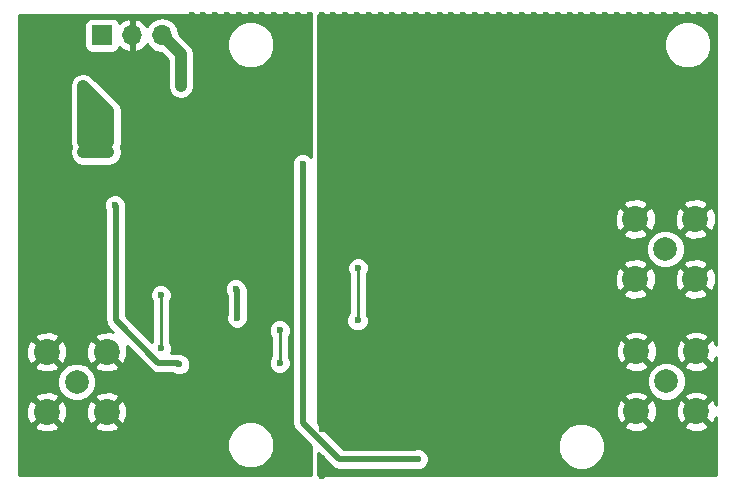
<source format=gbr>
G04 #@! TF.FileFunction,Copper,L2,Bot,Signal*
%FSLAX46Y46*%
G04 Gerber Fmt 4.6, Leading zero omitted, Abs format (unit mm)*
G04 Created by KiCad (PCBNEW 4.0.6) date 02/20/19 11:59:32*
%MOMM*%
%LPD*%
G01*
G04 APERTURE LIST*
%ADD10C,0.100000*%
%ADD11C,2.200000*%
%ADD12C,2.000000*%
%ADD13R,1.700000X1.700000*%
%ADD14O,1.700000X1.700000*%
%ADD15C,0.600000*%
%ADD16C,0.250000*%
%ADD17C,0.500000*%
%ADD18C,1.000000*%
%ADD19C,0.254000*%
G04 APERTURE END LIST*
D10*
D11*
X143660000Y-85040000D03*
X143660000Y-79960000D03*
X148740000Y-79960000D03*
X148740000Y-85040000D03*
D12*
X146200000Y-82500000D03*
D11*
X143560000Y-73840000D03*
X143560000Y-68760000D03*
X148640000Y-68760000D03*
X148640000Y-73840000D03*
D12*
X146100000Y-71300000D03*
D11*
X93726000Y-85090000D03*
X93726000Y-80010000D03*
X98806000Y-80010000D03*
X98806000Y-85090000D03*
D12*
X96266000Y-82550000D03*
D13*
X98420000Y-53200000D03*
D14*
X100960000Y-53200000D03*
X103500000Y-53200000D03*
D15*
X106500000Y-80400000D03*
X127508000Y-81280000D03*
X128778000Y-81280000D03*
X130048000Y-81534000D03*
X131064000Y-81280000D03*
X131572000Y-80264000D03*
X131318000Y-78994000D03*
X130302000Y-78994000D03*
X129032000Y-78994000D03*
X128778000Y-80264000D03*
X142240000Y-83566000D03*
X140716000Y-83566000D03*
X139446000Y-83566000D03*
X137922000Y-83312000D03*
X136652000Y-82042000D03*
X135382000Y-80772000D03*
X134366000Y-79756000D03*
X134112000Y-80772000D03*
X142240000Y-81534000D03*
X141224000Y-81280000D03*
X139954000Y-81280000D03*
X138938000Y-81534000D03*
X137922000Y-80518000D03*
X136906000Y-79502000D03*
X135890000Y-78486000D03*
X141732000Y-72390000D03*
X140462000Y-72390000D03*
X139446000Y-72390000D03*
X138430000Y-72898000D03*
X137414000Y-73914000D03*
X136398000Y-74930000D03*
X135382000Y-75946000D03*
X141732000Y-70104000D03*
X140462000Y-70104000D03*
X139192000Y-70104000D03*
X137668000Y-70866000D03*
X136652000Y-71882000D03*
X135890000Y-72644000D03*
X104894000Y-84582000D03*
X104902000Y-71894000D03*
X111240000Y-74676000D03*
X111950000Y-82450000D03*
X117000000Y-90500000D03*
X117000000Y-89000000D03*
X117000000Y-86500000D03*
X117000000Y-85500000D03*
X117000000Y-84500000D03*
X117000000Y-69500000D03*
X117000000Y-68500000D03*
X117000000Y-67500000D03*
X117000000Y-66500000D03*
X117000000Y-65500000D03*
X117000000Y-62500000D03*
X117000000Y-61500000D03*
X117000000Y-60500000D03*
X117000000Y-59500000D03*
X117000000Y-58500000D03*
X117000000Y-57500000D03*
X117000000Y-56500000D03*
X117000000Y-55500000D03*
X117000000Y-54500000D03*
X117000000Y-53500000D03*
X117000000Y-52500000D03*
X150000000Y-51500000D03*
X149000000Y-51500000D03*
X148000000Y-51500000D03*
X147000000Y-51500000D03*
X146000000Y-51500000D03*
X145000000Y-51500000D03*
X144000000Y-51500000D03*
X143000000Y-51500000D03*
X142000000Y-51500000D03*
X141000000Y-51500000D03*
X140000000Y-51500000D03*
X139000000Y-51500000D03*
X138000000Y-51500000D03*
X137000000Y-51500000D03*
X136000000Y-51500000D03*
X135000000Y-51500000D03*
X134000000Y-51500000D03*
X133000000Y-51500000D03*
X132000000Y-51500000D03*
X131000000Y-51500000D03*
X130000000Y-51500000D03*
X129000000Y-51500000D03*
X128000000Y-51500000D03*
X127000000Y-51500000D03*
X126000000Y-51500000D03*
X125000000Y-51500000D03*
X124000000Y-51500000D03*
X123000000Y-51500000D03*
X122000000Y-51500000D03*
X121000000Y-51500000D03*
X120000000Y-51500000D03*
X119000000Y-51500000D03*
X118000000Y-51500000D03*
X117000000Y-51500000D03*
X116000000Y-51500000D03*
X115000000Y-51500000D03*
X114000000Y-51500000D03*
X113000000Y-51500000D03*
X112000000Y-51500000D03*
X111000000Y-51500000D03*
X110000000Y-51500000D03*
X109000000Y-51500000D03*
X108000000Y-51500000D03*
X107000000Y-51500000D03*
X106000000Y-51500000D03*
X124450000Y-73450000D03*
X123500000Y-73450000D03*
X122350000Y-73450000D03*
X121200000Y-73500000D03*
X122700000Y-76400000D03*
X123750000Y-76400000D03*
X124900000Y-76400000D03*
X124250000Y-75800000D03*
X123300000Y-75350000D03*
X122150000Y-75350000D03*
X121000000Y-75300000D03*
X119250000Y-75350000D03*
X118300000Y-75350000D03*
X116900000Y-75650000D03*
X116900000Y-76450000D03*
X116900000Y-77400000D03*
X116900000Y-78450000D03*
X117850000Y-78450000D03*
X133550000Y-73300000D03*
X132850000Y-74000000D03*
X126450000Y-73550000D03*
X126700000Y-80200000D03*
X122950000Y-84050000D03*
X130200000Y-74950000D03*
X127550000Y-74000000D03*
X131200000Y-74950000D03*
X129200000Y-74950000D03*
X127500000Y-80200000D03*
X118450000Y-80650000D03*
X124350000Y-80700000D03*
X120100000Y-69850000D03*
X118700000Y-72100000D03*
X118700000Y-73350000D03*
X117350000Y-71200000D03*
X117300000Y-82800000D03*
X118850000Y-78750000D03*
X119900000Y-78750000D03*
X120950000Y-78750000D03*
X122050000Y-78750000D03*
X122950000Y-78600000D03*
X123850000Y-78750000D03*
X124800000Y-78300000D03*
X132900000Y-82350000D03*
X130200000Y-76987500D03*
X134700000Y-71950000D03*
X136450000Y-77300000D03*
X100960000Y-54800000D03*
X100960000Y-55600000D03*
X100960000Y-56400000D03*
X102100000Y-57500000D03*
X100960000Y-57200000D03*
X99800000Y-57500000D03*
X102000000Y-67300000D03*
X108000000Y-61100000D03*
X96500000Y-67600000D03*
X93900000Y-65100000D03*
X97600000Y-65600000D03*
X94200000Y-59000000D03*
X108000000Y-67000000D03*
X102089998Y-60500000D03*
X104131250Y-63017500D03*
X104131250Y-62192500D03*
X103418750Y-63017500D03*
X103418750Y-62192500D03*
X104843750Y-63017500D03*
X102706250Y-63017500D03*
X104843750Y-62192500D03*
X102706250Y-62192500D03*
X109740000Y-74676000D03*
X109850000Y-77140000D03*
X125150000Y-89100000D03*
X115400000Y-64100000D03*
X120100000Y-72900000D03*
X120050000Y-77350000D03*
X104950000Y-81075002D03*
X99500000Y-67600000D03*
X103400000Y-79700000D03*
X103402000Y-75184000D03*
X113450000Y-78200000D03*
X113450000Y-80950000D03*
X105100000Y-57500000D03*
X96800000Y-57500000D03*
X98231250Y-63107500D03*
X98943750Y-63107500D03*
X98943750Y-62282500D03*
X98231250Y-62282500D03*
X97518750Y-62282500D03*
X97518750Y-63107500D03*
X96806250Y-63107500D03*
X96806250Y-62282500D03*
D16*
X130048000Y-81534000D02*
X129032000Y-81534000D01*
X129032000Y-81534000D02*
X128778000Y-81280000D01*
X131572000Y-80264000D02*
X131572000Y-80772000D01*
X131572000Y-80772000D02*
X131064000Y-81280000D01*
X130302000Y-78994000D02*
X131318000Y-78994000D01*
X128778000Y-80264000D02*
X128778000Y-79248000D01*
X128778000Y-79248000D02*
X129032000Y-78994000D01*
X140716000Y-83566000D02*
X142240000Y-83566000D01*
X137922000Y-83312000D02*
X139192000Y-83312000D01*
X139192000Y-83312000D02*
X139446000Y-83566000D01*
X135382000Y-80772000D02*
X136652000Y-82042000D01*
X134112000Y-80772000D02*
X134112000Y-80010000D01*
X134112000Y-80010000D02*
X134366000Y-79756000D01*
X139954000Y-81280000D02*
X141224000Y-81280000D01*
X137922000Y-80518000D02*
X138938000Y-81534000D01*
X135890000Y-78486000D02*
X136906000Y-79502000D01*
X139446000Y-72390000D02*
X140462000Y-72390000D01*
X137414000Y-73914000D02*
X138430000Y-72898000D01*
X135382000Y-75946000D02*
X136398000Y-74930000D01*
X140462000Y-70104000D02*
X141732000Y-70104000D01*
X138221999Y-70566001D02*
X138684000Y-70104000D01*
X138684000Y-70104000D02*
X139192000Y-70104000D01*
X137668000Y-70866000D02*
X137967999Y-70566001D01*
X137967999Y-70566001D02*
X138221999Y-70566001D01*
X135890000Y-72644000D02*
X136652000Y-71882000D01*
X117000000Y-89000000D02*
X117000000Y-90500000D01*
X117000000Y-85500000D02*
X117000000Y-86500000D01*
X117000000Y-69500000D02*
X117000000Y-84500000D01*
X117000000Y-68500000D02*
X117000000Y-69500000D01*
X117000000Y-66500000D02*
X117000000Y-67500000D01*
X117000000Y-62500000D02*
X117000000Y-65500000D01*
X117000000Y-60500000D02*
X117000000Y-61500000D01*
X117000000Y-58500000D02*
X117000000Y-59500000D01*
X117000000Y-56500000D02*
X117000000Y-57500000D01*
X117000000Y-54500000D02*
X117000000Y-55500000D01*
X117000000Y-52500000D02*
X117000000Y-53500000D01*
X149000000Y-51500000D02*
X150000000Y-51500000D01*
X147000000Y-51500000D02*
X148000000Y-51500000D01*
X145000000Y-51500000D02*
X146000000Y-51500000D01*
X143000000Y-51500000D02*
X144000000Y-51500000D01*
X141000000Y-51500000D02*
X142000000Y-51500000D01*
X139000000Y-51500000D02*
X140000000Y-51500000D01*
X137000000Y-51500000D02*
X138000000Y-51500000D01*
X135000000Y-51500000D02*
X136000000Y-51500000D01*
X133000000Y-51500000D02*
X134000000Y-51500000D01*
X131000000Y-51500000D02*
X132000000Y-51500000D01*
X129000000Y-51500000D02*
X130000000Y-51500000D01*
X127000000Y-51500000D02*
X128000000Y-51500000D01*
X125000000Y-51500000D02*
X126000000Y-51500000D01*
X123000000Y-51500000D02*
X124000000Y-51500000D01*
X121000000Y-51500000D02*
X122000000Y-51500000D01*
X119000000Y-51500000D02*
X120000000Y-51500000D01*
X117000000Y-51500000D02*
X118000000Y-51500000D01*
X115000000Y-51500000D02*
X116000000Y-51500000D01*
X113000000Y-51500000D02*
X114000000Y-51500000D01*
X111000000Y-51500000D02*
X112000000Y-51500000D01*
X109000000Y-51500000D02*
X110000000Y-51500000D01*
X107000000Y-51500000D02*
X108000000Y-51500000D01*
X106000000Y-51500000D02*
X107000000Y-51500000D01*
X123500000Y-73450000D02*
X124450000Y-73450000D01*
X121200000Y-73500000D02*
X122300000Y-73500000D01*
X122300000Y-73500000D02*
X122350000Y-73450000D01*
X121000000Y-75300000D02*
X121000000Y-73700000D01*
X121000000Y-73700000D02*
X121200000Y-73500000D01*
X130200000Y-76987500D02*
X127461989Y-76987500D01*
X127461989Y-76987500D02*
X124252032Y-73777543D01*
X121000000Y-75300000D02*
X121000000Y-73950000D01*
X121000000Y-73950000D02*
X121200000Y-73750000D01*
X123750000Y-76400000D02*
X122700000Y-76400000D01*
X124900000Y-76400000D02*
X123750000Y-76400000D01*
X123300000Y-75350000D02*
X123800000Y-75350000D01*
X123800000Y-75350000D02*
X124250000Y-75800000D01*
X121000000Y-75300000D02*
X122100000Y-75300000D01*
X122100000Y-75300000D02*
X122150000Y-75350000D01*
X118300000Y-75350000D02*
X119250000Y-75350000D01*
X116900000Y-76450000D02*
X116900000Y-75650000D01*
X116900000Y-78450000D02*
X116900000Y-77400000D01*
X118850000Y-78750000D02*
X118150000Y-78750000D01*
X118150000Y-78750000D02*
X117850000Y-78450000D01*
X119900000Y-78750000D02*
X118850000Y-78750000D01*
X120950000Y-78750000D02*
X119900000Y-78750000D01*
X122050000Y-78750000D02*
X120950000Y-78750000D01*
X122950000Y-78600000D02*
X122200000Y-78600000D01*
X122200000Y-78600000D02*
X122050000Y-78750000D01*
X123850000Y-78750000D02*
X123100000Y-78750000D01*
X123100000Y-78750000D02*
X122950000Y-78600000D01*
X124800000Y-78300000D02*
X124300000Y-78300000D01*
X124300000Y-78300000D02*
X123850000Y-78750000D01*
X130200000Y-76987500D02*
X126112500Y-76987500D01*
X126112500Y-76987500D02*
X124800000Y-78300000D01*
X130200000Y-74950000D02*
X131200000Y-74950000D01*
X129200000Y-74950000D02*
X130200000Y-74950000D01*
X127550000Y-73800000D02*
X127550000Y-73150000D01*
X127550000Y-73150000D02*
X126750000Y-72350000D01*
X127550000Y-79650000D02*
X127550000Y-79950000D01*
X127550000Y-79950000D02*
X127050000Y-80450000D01*
X118850000Y-78750000D02*
X118850000Y-80400000D01*
X118850000Y-80400000D02*
X118600000Y-80650000D01*
X123850000Y-78750000D02*
X123850000Y-80200000D01*
X123850000Y-80200000D02*
X124350000Y-80700000D01*
X120000000Y-78750000D02*
X119000000Y-78750000D01*
X121950000Y-78750000D02*
X120950000Y-78750000D01*
X124000000Y-78700000D02*
X123050000Y-78700000D01*
X123050000Y-78700000D02*
X122950000Y-78600000D01*
X130200000Y-76987500D02*
X126012500Y-76987500D01*
X126012500Y-76987500D02*
X124700000Y-78300000D01*
X130200000Y-76987500D02*
X125337500Y-76987500D01*
D17*
X109850000Y-77140000D02*
X109850000Y-74786000D01*
X109850000Y-74786000D02*
X109740000Y-74676000D01*
D16*
X120100000Y-72900000D02*
X120100000Y-77300000D01*
X120100000Y-77300000D02*
X120050000Y-77350000D01*
D17*
X118500000Y-89100000D02*
X125150000Y-89100000D01*
X115400000Y-86000000D02*
X118500000Y-89100000D01*
X115400000Y-64100000D02*
X115400000Y-86000000D01*
X103175000Y-80950000D02*
X104824998Y-80950000D01*
X104824998Y-80950000D02*
X104950000Y-81075002D01*
X99568000Y-77343000D02*
X99568000Y-67668000D01*
X99568000Y-67668000D02*
X99500000Y-67600000D01*
X103175000Y-80950000D02*
X99568000Y-77343000D01*
D16*
X103402000Y-75184000D02*
X103402000Y-79698000D01*
X103402000Y-79698000D02*
X103400000Y-79700000D01*
X113450000Y-80950000D02*
X113450000Y-78200000D01*
D18*
X105100000Y-57500000D02*
X105100000Y-54800000D01*
X105100000Y-54800000D02*
X103500000Y-53200000D01*
X97518750Y-63107500D02*
X97518750Y-58218750D01*
X97518750Y-58218750D02*
X96800000Y-57500000D01*
X98943750Y-63107500D02*
X96806250Y-63107500D01*
X98943750Y-62282500D02*
X98943750Y-59643750D01*
X98943750Y-59643750D02*
X96800000Y-57500000D01*
X98231250Y-62282500D02*
X98231250Y-58931250D01*
X98231250Y-58931250D02*
X96800000Y-57500000D01*
X96800000Y-57500000D02*
X96800000Y-62276250D01*
X96800000Y-62276250D02*
X96806250Y-62282500D01*
X98943750Y-62282500D02*
X96806250Y-62282500D01*
D17*
X98231250Y-62282500D02*
X98231250Y-63107500D01*
D19*
G36*
X150420000Y-79455132D02*
X150242099Y-79025641D01*
X149964868Y-78914737D01*
X148919605Y-79960000D01*
X149964868Y-81005263D01*
X150242099Y-80894359D01*
X150420000Y-80421891D01*
X150420000Y-84535132D01*
X150242099Y-84105641D01*
X149964868Y-83994737D01*
X148919605Y-85040000D01*
X149964868Y-86085263D01*
X150242099Y-85974359D01*
X150420000Y-85501891D01*
X150420000Y-90476000D01*
X116727000Y-90476000D01*
X116727000Y-88578579D01*
X117874208Y-89725787D01*
X117874210Y-89725790D01*
X118161325Y-89917633D01*
X118217516Y-89928810D01*
X118500000Y-89985001D01*
X118500005Y-89985000D01*
X124843178Y-89985000D01*
X124963201Y-90034838D01*
X125335167Y-90035162D01*
X125678943Y-89893117D01*
X125942192Y-89630327D01*
X126084838Y-89286799D01*
X126085162Y-88914833D01*
X125943117Y-88571057D01*
X125765480Y-88393109D01*
X137014657Y-88393109D01*
X137316218Y-89122943D01*
X137874120Y-89681819D01*
X138603427Y-89984654D01*
X139393109Y-89985343D01*
X140122943Y-89683782D01*
X140681819Y-89125880D01*
X140984654Y-88396573D01*
X140985343Y-87606891D01*
X140683782Y-86877057D01*
X140125880Y-86318181D01*
X139997489Y-86264868D01*
X142614737Y-86264868D01*
X142725641Y-86542099D01*
X143371593Y-86785323D01*
X144061453Y-86762836D01*
X144594359Y-86542099D01*
X144705263Y-86264868D01*
X147694737Y-86264868D01*
X147805641Y-86542099D01*
X148451593Y-86785323D01*
X149141453Y-86762836D01*
X149674359Y-86542099D01*
X149785263Y-86264868D01*
X148740000Y-85219605D01*
X147694737Y-86264868D01*
X144705263Y-86264868D01*
X143660000Y-85219605D01*
X142614737Y-86264868D01*
X139997489Y-86264868D01*
X139396573Y-86015346D01*
X138606891Y-86014657D01*
X137877057Y-86316218D01*
X137318181Y-86874120D01*
X137015346Y-87603427D01*
X137014657Y-88393109D01*
X125765480Y-88393109D01*
X125680327Y-88307808D01*
X125336799Y-88165162D01*
X124964833Y-88164838D01*
X124843431Y-88215000D01*
X118866579Y-88215000D01*
X116727000Y-86075420D01*
X116727000Y-84751593D01*
X141914677Y-84751593D01*
X141937164Y-85441453D01*
X142157901Y-85974359D01*
X142435132Y-86085263D01*
X143480395Y-85040000D01*
X143839605Y-85040000D01*
X144884868Y-86085263D01*
X145162099Y-85974359D01*
X145405323Y-85328407D01*
X145386521Y-84751593D01*
X146994677Y-84751593D01*
X147017164Y-85441453D01*
X147237901Y-85974359D01*
X147515132Y-86085263D01*
X148560395Y-85040000D01*
X147515132Y-83994737D01*
X147237901Y-84105641D01*
X146994677Y-84751593D01*
X145386521Y-84751593D01*
X145382836Y-84638547D01*
X145162099Y-84105641D01*
X144884868Y-83994737D01*
X143839605Y-85040000D01*
X143480395Y-85040000D01*
X142435132Y-83994737D01*
X142157901Y-84105641D01*
X141914677Y-84751593D01*
X116727000Y-84751593D01*
X116727000Y-83815132D01*
X142614737Y-83815132D01*
X143660000Y-84860395D01*
X144705263Y-83815132D01*
X144594359Y-83537901D01*
X143948407Y-83294677D01*
X143258547Y-83317164D01*
X142725641Y-83537901D01*
X142614737Y-83815132D01*
X116727000Y-83815132D01*
X116727000Y-82823795D01*
X144564716Y-82823795D01*
X144813106Y-83424943D01*
X145272637Y-83885278D01*
X145873352Y-84134716D01*
X146523795Y-84135284D01*
X147124943Y-83886894D01*
X147196830Y-83815132D01*
X147694737Y-83815132D01*
X148740000Y-84860395D01*
X149785263Y-83815132D01*
X149674359Y-83537901D01*
X149028407Y-83294677D01*
X148338547Y-83317164D01*
X147805641Y-83537901D01*
X147694737Y-83815132D01*
X147196830Y-83815132D01*
X147585278Y-83427363D01*
X147834716Y-82826648D01*
X147835284Y-82176205D01*
X147586894Y-81575057D01*
X147197387Y-81184868D01*
X147694737Y-81184868D01*
X147805641Y-81462099D01*
X148451593Y-81705323D01*
X149141453Y-81682836D01*
X149674359Y-81462099D01*
X149785263Y-81184868D01*
X148740000Y-80139605D01*
X147694737Y-81184868D01*
X147197387Y-81184868D01*
X147127363Y-81114722D01*
X146526648Y-80865284D01*
X145876205Y-80864716D01*
X145275057Y-81113106D01*
X144814722Y-81572637D01*
X144565284Y-82173352D01*
X144564716Y-82823795D01*
X116727000Y-82823795D01*
X116727000Y-81184868D01*
X142614737Y-81184868D01*
X142725641Y-81462099D01*
X143371593Y-81705323D01*
X144061453Y-81682836D01*
X144594359Y-81462099D01*
X144705263Y-81184868D01*
X143660000Y-80139605D01*
X142614737Y-81184868D01*
X116727000Y-81184868D01*
X116727000Y-79671593D01*
X141914677Y-79671593D01*
X141937164Y-80361453D01*
X142157901Y-80894359D01*
X142435132Y-81005263D01*
X143480395Y-79960000D01*
X143839605Y-79960000D01*
X144884868Y-81005263D01*
X145162099Y-80894359D01*
X145405323Y-80248407D01*
X145386521Y-79671593D01*
X146994677Y-79671593D01*
X147017164Y-80361453D01*
X147237901Y-80894359D01*
X147515132Y-81005263D01*
X148560395Y-79960000D01*
X147515132Y-78914737D01*
X147237901Y-79025641D01*
X146994677Y-79671593D01*
X145386521Y-79671593D01*
X145382836Y-79558547D01*
X145162099Y-79025641D01*
X144884868Y-78914737D01*
X143839605Y-79960000D01*
X143480395Y-79960000D01*
X142435132Y-78914737D01*
X142157901Y-79025641D01*
X141914677Y-79671593D01*
X116727000Y-79671593D01*
X116727000Y-78735132D01*
X142614737Y-78735132D01*
X143660000Y-79780395D01*
X144705263Y-78735132D01*
X147694737Y-78735132D01*
X148740000Y-79780395D01*
X149785263Y-78735132D01*
X149674359Y-78457901D01*
X149028407Y-78214677D01*
X148338547Y-78237164D01*
X147805641Y-78457901D01*
X147694737Y-78735132D01*
X144705263Y-78735132D01*
X144594359Y-78457901D01*
X143948407Y-78214677D01*
X143258547Y-78237164D01*
X142725641Y-78457901D01*
X142614737Y-78735132D01*
X116727000Y-78735132D01*
X116727000Y-77535167D01*
X119114838Y-77535167D01*
X119256883Y-77878943D01*
X119519673Y-78142192D01*
X119863201Y-78284838D01*
X120235167Y-78285162D01*
X120578943Y-78143117D01*
X120842192Y-77880327D01*
X120984838Y-77536799D01*
X120985162Y-77164833D01*
X120860000Y-76861917D01*
X120860000Y-75064868D01*
X142514737Y-75064868D01*
X142625641Y-75342099D01*
X143271593Y-75585323D01*
X143961453Y-75562836D01*
X144494359Y-75342099D01*
X144605263Y-75064868D01*
X147594737Y-75064868D01*
X147705641Y-75342099D01*
X148351593Y-75585323D01*
X149041453Y-75562836D01*
X149574359Y-75342099D01*
X149685263Y-75064868D01*
X148640000Y-74019605D01*
X147594737Y-75064868D01*
X144605263Y-75064868D01*
X143560000Y-74019605D01*
X142514737Y-75064868D01*
X120860000Y-75064868D01*
X120860000Y-73551593D01*
X141814677Y-73551593D01*
X141837164Y-74241453D01*
X142057901Y-74774359D01*
X142335132Y-74885263D01*
X143380395Y-73840000D01*
X143739605Y-73840000D01*
X144784868Y-74885263D01*
X145062099Y-74774359D01*
X145305323Y-74128407D01*
X145286521Y-73551593D01*
X146894677Y-73551593D01*
X146917164Y-74241453D01*
X147137901Y-74774359D01*
X147415132Y-74885263D01*
X148460395Y-73840000D01*
X148819605Y-73840000D01*
X149864868Y-74885263D01*
X150142099Y-74774359D01*
X150385323Y-74128407D01*
X150362836Y-73438547D01*
X150142099Y-72905641D01*
X149864868Y-72794737D01*
X148819605Y-73840000D01*
X148460395Y-73840000D01*
X147415132Y-72794737D01*
X147137901Y-72905641D01*
X146894677Y-73551593D01*
X145286521Y-73551593D01*
X145282836Y-73438547D01*
X145062099Y-72905641D01*
X144784868Y-72794737D01*
X143739605Y-73840000D01*
X143380395Y-73840000D01*
X142335132Y-72794737D01*
X142057901Y-72905641D01*
X141814677Y-73551593D01*
X120860000Y-73551593D01*
X120860000Y-73462463D01*
X120892192Y-73430327D01*
X121034838Y-73086799D01*
X121035162Y-72714833D01*
X120993967Y-72615132D01*
X142514737Y-72615132D01*
X143560000Y-73660395D01*
X144605263Y-72615132D01*
X144494359Y-72337901D01*
X143848407Y-72094677D01*
X143158547Y-72117164D01*
X142625641Y-72337901D01*
X142514737Y-72615132D01*
X120993967Y-72615132D01*
X120893117Y-72371057D01*
X120630327Y-72107808D01*
X120286799Y-71965162D01*
X119914833Y-71964838D01*
X119571057Y-72106883D01*
X119307808Y-72369673D01*
X119165162Y-72713201D01*
X119164838Y-73085167D01*
X119306883Y-73428943D01*
X119340000Y-73462118D01*
X119340000Y-76737624D01*
X119257808Y-76819673D01*
X119115162Y-77163201D01*
X119114838Y-77535167D01*
X116727000Y-77535167D01*
X116727000Y-71623795D01*
X144464716Y-71623795D01*
X144713106Y-72224943D01*
X145172637Y-72685278D01*
X145773352Y-72934716D01*
X146423795Y-72935284D01*
X147024943Y-72686894D01*
X147096830Y-72615132D01*
X147594737Y-72615132D01*
X148640000Y-73660395D01*
X149685263Y-72615132D01*
X149574359Y-72337901D01*
X148928407Y-72094677D01*
X148238547Y-72117164D01*
X147705641Y-72337901D01*
X147594737Y-72615132D01*
X147096830Y-72615132D01*
X147485278Y-72227363D01*
X147734716Y-71626648D01*
X147735284Y-70976205D01*
X147486894Y-70375057D01*
X147097387Y-69984868D01*
X147594737Y-69984868D01*
X147705641Y-70262099D01*
X148351593Y-70505323D01*
X149041453Y-70482836D01*
X149574359Y-70262099D01*
X149685263Y-69984868D01*
X148640000Y-68939605D01*
X147594737Y-69984868D01*
X147097387Y-69984868D01*
X147027363Y-69914722D01*
X146426648Y-69665284D01*
X145776205Y-69664716D01*
X145175057Y-69913106D01*
X144714722Y-70372637D01*
X144465284Y-70973352D01*
X144464716Y-71623795D01*
X116727000Y-71623795D01*
X116727000Y-69984868D01*
X142514737Y-69984868D01*
X142625641Y-70262099D01*
X143271593Y-70505323D01*
X143961453Y-70482836D01*
X144494359Y-70262099D01*
X144605263Y-69984868D01*
X143560000Y-68939605D01*
X142514737Y-69984868D01*
X116727000Y-69984868D01*
X116727000Y-68471593D01*
X141814677Y-68471593D01*
X141837164Y-69161453D01*
X142057901Y-69694359D01*
X142335132Y-69805263D01*
X143380395Y-68760000D01*
X143739605Y-68760000D01*
X144784868Y-69805263D01*
X145062099Y-69694359D01*
X145305323Y-69048407D01*
X145286521Y-68471593D01*
X146894677Y-68471593D01*
X146917164Y-69161453D01*
X147137901Y-69694359D01*
X147415132Y-69805263D01*
X148460395Y-68760000D01*
X148819605Y-68760000D01*
X149864868Y-69805263D01*
X150142099Y-69694359D01*
X150385323Y-69048407D01*
X150362836Y-68358547D01*
X150142099Y-67825641D01*
X149864868Y-67714737D01*
X148819605Y-68760000D01*
X148460395Y-68760000D01*
X147415132Y-67714737D01*
X147137901Y-67825641D01*
X146894677Y-68471593D01*
X145286521Y-68471593D01*
X145282836Y-68358547D01*
X145062099Y-67825641D01*
X144784868Y-67714737D01*
X143739605Y-68760000D01*
X143380395Y-68760000D01*
X142335132Y-67714737D01*
X142057901Y-67825641D01*
X141814677Y-68471593D01*
X116727000Y-68471593D01*
X116727000Y-67535132D01*
X142514737Y-67535132D01*
X143560000Y-68580395D01*
X144605263Y-67535132D01*
X147594737Y-67535132D01*
X148640000Y-68580395D01*
X149685263Y-67535132D01*
X149574359Y-67257901D01*
X148928407Y-67014677D01*
X148238547Y-67037164D01*
X147705641Y-67257901D01*
X147594737Y-67535132D01*
X144605263Y-67535132D01*
X144494359Y-67257901D01*
X143848407Y-67014677D01*
X143158547Y-67037164D01*
X142625641Y-67257901D01*
X142514737Y-67535132D01*
X116727000Y-67535132D01*
X116727000Y-54393109D01*
X146014657Y-54393109D01*
X146316218Y-55122943D01*
X146874120Y-55681819D01*
X147603427Y-55984654D01*
X148393109Y-55985343D01*
X149122943Y-55683782D01*
X149681819Y-55125880D01*
X149984654Y-54396573D01*
X149985343Y-53606891D01*
X149683782Y-52877057D01*
X149125880Y-52318181D01*
X148396573Y-52015346D01*
X147606891Y-52014657D01*
X146877057Y-52316218D01*
X146318181Y-52874120D01*
X146015346Y-53603427D01*
X146014657Y-54393109D01*
X116727000Y-54393109D01*
X116727000Y-51510000D01*
X150420000Y-51510000D01*
X150420000Y-79455132D01*
X150420000Y-79455132D01*
G37*
X150420000Y-79455132D02*
X150242099Y-79025641D01*
X149964868Y-78914737D01*
X148919605Y-79960000D01*
X149964868Y-81005263D01*
X150242099Y-80894359D01*
X150420000Y-80421891D01*
X150420000Y-84535132D01*
X150242099Y-84105641D01*
X149964868Y-83994737D01*
X148919605Y-85040000D01*
X149964868Y-86085263D01*
X150242099Y-85974359D01*
X150420000Y-85501891D01*
X150420000Y-90476000D01*
X116727000Y-90476000D01*
X116727000Y-88578579D01*
X117874208Y-89725787D01*
X117874210Y-89725790D01*
X118161325Y-89917633D01*
X118217516Y-89928810D01*
X118500000Y-89985001D01*
X118500005Y-89985000D01*
X124843178Y-89985000D01*
X124963201Y-90034838D01*
X125335167Y-90035162D01*
X125678943Y-89893117D01*
X125942192Y-89630327D01*
X126084838Y-89286799D01*
X126085162Y-88914833D01*
X125943117Y-88571057D01*
X125765480Y-88393109D01*
X137014657Y-88393109D01*
X137316218Y-89122943D01*
X137874120Y-89681819D01*
X138603427Y-89984654D01*
X139393109Y-89985343D01*
X140122943Y-89683782D01*
X140681819Y-89125880D01*
X140984654Y-88396573D01*
X140985343Y-87606891D01*
X140683782Y-86877057D01*
X140125880Y-86318181D01*
X139997489Y-86264868D01*
X142614737Y-86264868D01*
X142725641Y-86542099D01*
X143371593Y-86785323D01*
X144061453Y-86762836D01*
X144594359Y-86542099D01*
X144705263Y-86264868D01*
X147694737Y-86264868D01*
X147805641Y-86542099D01*
X148451593Y-86785323D01*
X149141453Y-86762836D01*
X149674359Y-86542099D01*
X149785263Y-86264868D01*
X148740000Y-85219605D01*
X147694737Y-86264868D01*
X144705263Y-86264868D01*
X143660000Y-85219605D01*
X142614737Y-86264868D01*
X139997489Y-86264868D01*
X139396573Y-86015346D01*
X138606891Y-86014657D01*
X137877057Y-86316218D01*
X137318181Y-86874120D01*
X137015346Y-87603427D01*
X137014657Y-88393109D01*
X125765480Y-88393109D01*
X125680327Y-88307808D01*
X125336799Y-88165162D01*
X124964833Y-88164838D01*
X124843431Y-88215000D01*
X118866579Y-88215000D01*
X116727000Y-86075420D01*
X116727000Y-84751593D01*
X141914677Y-84751593D01*
X141937164Y-85441453D01*
X142157901Y-85974359D01*
X142435132Y-86085263D01*
X143480395Y-85040000D01*
X143839605Y-85040000D01*
X144884868Y-86085263D01*
X145162099Y-85974359D01*
X145405323Y-85328407D01*
X145386521Y-84751593D01*
X146994677Y-84751593D01*
X147017164Y-85441453D01*
X147237901Y-85974359D01*
X147515132Y-86085263D01*
X148560395Y-85040000D01*
X147515132Y-83994737D01*
X147237901Y-84105641D01*
X146994677Y-84751593D01*
X145386521Y-84751593D01*
X145382836Y-84638547D01*
X145162099Y-84105641D01*
X144884868Y-83994737D01*
X143839605Y-85040000D01*
X143480395Y-85040000D01*
X142435132Y-83994737D01*
X142157901Y-84105641D01*
X141914677Y-84751593D01*
X116727000Y-84751593D01*
X116727000Y-83815132D01*
X142614737Y-83815132D01*
X143660000Y-84860395D01*
X144705263Y-83815132D01*
X144594359Y-83537901D01*
X143948407Y-83294677D01*
X143258547Y-83317164D01*
X142725641Y-83537901D01*
X142614737Y-83815132D01*
X116727000Y-83815132D01*
X116727000Y-82823795D01*
X144564716Y-82823795D01*
X144813106Y-83424943D01*
X145272637Y-83885278D01*
X145873352Y-84134716D01*
X146523795Y-84135284D01*
X147124943Y-83886894D01*
X147196830Y-83815132D01*
X147694737Y-83815132D01*
X148740000Y-84860395D01*
X149785263Y-83815132D01*
X149674359Y-83537901D01*
X149028407Y-83294677D01*
X148338547Y-83317164D01*
X147805641Y-83537901D01*
X147694737Y-83815132D01*
X147196830Y-83815132D01*
X147585278Y-83427363D01*
X147834716Y-82826648D01*
X147835284Y-82176205D01*
X147586894Y-81575057D01*
X147197387Y-81184868D01*
X147694737Y-81184868D01*
X147805641Y-81462099D01*
X148451593Y-81705323D01*
X149141453Y-81682836D01*
X149674359Y-81462099D01*
X149785263Y-81184868D01*
X148740000Y-80139605D01*
X147694737Y-81184868D01*
X147197387Y-81184868D01*
X147127363Y-81114722D01*
X146526648Y-80865284D01*
X145876205Y-80864716D01*
X145275057Y-81113106D01*
X144814722Y-81572637D01*
X144565284Y-82173352D01*
X144564716Y-82823795D01*
X116727000Y-82823795D01*
X116727000Y-81184868D01*
X142614737Y-81184868D01*
X142725641Y-81462099D01*
X143371593Y-81705323D01*
X144061453Y-81682836D01*
X144594359Y-81462099D01*
X144705263Y-81184868D01*
X143660000Y-80139605D01*
X142614737Y-81184868D01*
X116727000Y-81184868D01*
X116727000Y-79671593D01*
X141914677Y-79671593D01*
X141937164Y-80361453D01*
X142157901Y-80894359D01*
X142435132Y-81005263D01*
X143480395Y-79960000D01*
X143839605Y-79960000D01*
X144884868Y-81005263D01*
X145162099Y-80894359D01*
X145405323Y-80248407D01*
X145386521Y-79671593D01*
X146994677Y-79671593D01*
X147017164Y-80361453D01*
X147237901Y-80894359D01*
X147515132Y-81005263D01*
X148560395Y-79960000D01*
X147515132Y-78914737D01*
X147237901Y-79025641D01*
X146994677Y-79671593D01*
X145386521Y-79671593D01*
X145382836Y-79558547D01*
X145162099Y-79025641D01*
X144884868Y-78914737D01*
X143839605Y-79960000D01*
X143480395Y-79960000D01*
X142435132Y-78914737D01*
X142157901Y-79025641D01*
X141914677Y-79671593D01*
X116727000Y-79671593D01*
X116727000Y-78735132D01*
X142614737Y-78735132D01*
X143660000Y-79780395D01*
X144705263Y-78735132D01*
X147694737Y-78735132D01*
X148740000Y-79780395D01*
X149785263Y-78735132D01*
X149674359Y-78457901D01*
X149028407Y-78214677D01*
X148338547Y-78237164D01*
X147805641Y-78457901D01*
X147694737Y-78735132D01*
X144705263Y-78735132D01*
X144594359Y-78457901D01*
X143948407Y-78214677D01*
X143258547Y-78237164D01*
X142725641Y-78457901D01*
X142614737Y-78735132D01*
X116727000Y-78735132D01*
X116727000Y-77535167D01*
X119114838Y-77535167D01*
X119256883Y-77878943D01*
X119519673Y-78142192D01*
X119863201Y-78284838D01*
X120235167Y-78285162D01*
X120578943Y-78143117D01*
X120842192Y-77880327D01*
X120984838Y-77536799D01*
X120985162Y-77164833D01*
X120860000Y-76861917D01*
X120860000Y-75064868D01*
X142514737Y-75064868D01*
X142625641Y-75342099D01*
X143271593Y-75585323D01*
X143961453Y-75562836D01*
X144494359Y-75342099D01*
X144605263Y-75064868D01*
X147594737Y-75064868D01*
X147705641Y-75342099D01*
X148351593Y-75585323D01*
X149041453Y-75562836D01*
X149574359Y-75342099D01*
X149685263Y-75064868D01*
X148640000Y-74019605D01*
X147594737Y-75064868D01*
X144605263Y-75064868D01*
X143560000Y-74019605D01*
X142514737Y-75064868D01*
X120860000Y-75064868D01*
X120860000Y-73551593D01*
X141814677Y-73551593D01*
X141837164Y-74241453D01*
X142057901Y-74774359D01*
X142335132Y-74885263D01*
X143380395Y-73840000D01*
X143739605Y-73840000D01*
X144784868Y-74885263D01*
X145062099Y-74774359D01*
X145305323Y-74128407D01*
X145286521Y-73551593D01*
X146894677Y-73551593D01*
X146917164Y-74241453D01*
X147137901Y-74774359D01*
X147415132Y-74885263D01*
X148460395Y-73840000D01*
X148819605Y-73840000D01*
X149864868Y-74885263D01*
X150142099Y-74774359D01*
X150385323Y-74128407D01*
X150362836Y-73438547D01*
X150142099Y-72905641D01*
X149864868Y-72794737D01*
X148819605Y-73840000D01*
X148460395Y-73840000D01*
X147415132Y-72794737D01*
X147137901Y-72905641D01*
X146894677Y-73551593D01*
X145286521Y-73551593D01*
X145282836Y-73438547D01*
X145062099Y-72905641D01*
X144784868Y-72794737D01*
X143739605Y-73840000D01*
X143380395Y-73840000D01*
X142335132Y-72794737D01*
X142057901Y-72905641D01*
X141814677Y-73551593D01*
X120860000Y-73551593D01*
X120860000Y-73462463D01*
X120892192Y-73430327D01*
X121034838Y-73086799D01*
X121035162Y-72714833D01*
X120993967Y-72615132D01*
X142514737Y-72615132D01*
X143560000Y-73660395D01*
X144605263Y-72615132D01*
X144494359Y-72337901D01*
X143848407Y-72094677D01*
X143158547Y-72117164D01*
X142625641Y-72337901D01*
X142514737Y-72615132D01*
X120993967Y-72615132D01*
X120893117Y-72371057D01*
X120630327Y-72107808D01*
X120286799Y-71965162D01*
X119914833Y-71964838D01*
X119571057Y-72106883D01*
X119307808Y-72369673D01*
X119165162Y-72713201D01*
X119164838Y-73085167D01*
X119306883Y-73428943D01*
X119340000Y-73462118D01*
X119340000Y-76737624D01*
X119257808Y-76819673D01*
X119115162Y-77163201D01*
X119114838Y-77535167D01*
X116727000Y-77535167D01*
X116727000Y-71623795D01*
X144464716Y-71623795D01*
X144713106Y-72224943D01*
X145172637Y-72685278D01*
X145773352Y-72934716D01*
X146423795Y-72935284D01*
X147024943Y-72686894D01*
X147096830Y-72615132D01*
X147594737Y-72615132D01*
X148640000Y-73660395D01*
X149685263Y-72615132D01*
X149574359Y-72337901D01*
X148928407Y-72094677D01*
X148238547Y-72117164D01*
X147705641Y-72337901D01*
X147594737Y-72615132D01*
X147096830Y-72615132D01*
X147485278Y-72227363D01*
X147734716Y-71626648D01*
X147735284Y-70976205D01*
X147486894Y-70375057D01*
X147097387Y-69984868D01*
X147594737Y-69984868D01*
X147705641Y-70262099D01*
X148351593Y-70505323D01*
X149041453Y-70482836D01*
X149574359Y-70262099D01*
X149685263Y-69984868D01*
X148640000Y-68939605D01*
X147594737Y-69984868D01*
X147097387Y-69984868D01*
X147027363Y-69914722D01*
X146426648Y-69665284D01*
X145776205Y-69664716D01*
X145175057Y-69913106D01*
X144714722Y-70372637D01*
X144465284Y-70973352D01*
X144464716Y-71623795D01*
X116727000Y-71623795D01*
X116727000Y-69984868D01*
X142514737Y-69984868D01*
X142625641Y-70262099D01*
X143271593Y-70505323D01*
X143961453Y-70482836D01*
X144494359Y-70262099D01*
X144605263Y-69984868D01*
X143560000Y-68939605D01*
X142514737Y-69984868D01*
X116727000Y-69984868D01*
X116727000Y-68471593D01*
X141814677Y-68471593D01*
X141837164Y-69161453D01*
X142057901Y-69694359D01*
X142335132Y-69805263D01*
X143380395Y-68760000D01*
X143739605Y-68760000D01*
X144784868Y-69805263D01*
X145062099Y-69694359D01*
X145305323Y-69048407D01*
X145286521Y-68471593D01*
X146894677Y-68471593D01*
X146917164Y-69161453D01*
X147137901Y-69694359D01*
X147415132Y-69805263D01*
X148460395Y-68760000D01*
X148819605Y-68760000D01*
X149864868Y-69805263D01*
X150142099Y-69694359D01*
X150385323Y-69048407D01*
X150362836Y-68358547D01*
X150142099Y-67825641D01*
X149864868Y-67714737D01*
X148819605Y-68760000D01*
X148460395Y-68760000D01*
X147415132Y-67714737D01*
X147137901Y-67825641D01*
X146894677Y-68471593D01*
X145286521Y-68471593D01*
X145282836Y-68358547D01*
X145062099Y-67825641D01*
X144784868Y-67714737D01*
X143739605Y-68760000D01*
X143380395Y-68760000D01*
X142335132Y-67714737D01*
X142057901Y-67825641D01*
X141814677Y-68471593D01*
X116727000Y-68471593D01*
X116727000Y-67535132D01*
X142514737Y-67535132D01*
X143560000Y-68580395D01*
X144605263Y-67535132D01*
X147594737Y-67535132D01*
X148640000Y-68580395D01*
X149685263Y-67535132D01*
X149574359Y-67257901D01*
X148928407Y-67014677D01*
X148238547Y-67037164D01*
X147705641Y-67257901D01*
X147594737Y-67535132D01*
X144605263Y-67535132D01*
X144494359Y-67257901D01*
X143848407Y-67014677D01*
X143158547Y-67037164D01*
X142625641Y-67257901D01*
X142514737Y-67535132D01*
X116727000Y-67535132D01*
X116727000Y-54393109D01*
X146014657Y-54393109D01*
X146316218Y-55122943D01*
X146874120Y-55681819D01*
X147603427Y-55984654D01*
X148393109Y-55985343D01*
X149122943Y-55683782D01*
X149681819Y-55125880D01*
X149984654Y-54396573D01*
X149985343Y-53606891D01*
X149683782Y-52877057D01*
X149125880Y-52318181D01*
X148396573Y-52015346D01*
X147606891Y-52014657D01*
X146877057Y-52316218D01*
X146318181Y-52874120D01*
X146015346Y-53603427D01*
X146014657Y-54393109D01*
X116727000Y-54393109D01*
X116727000Y-51510000D01*
X150420000Y-51510000D01*
X150420000Y-79455132D01*
G36*
X116123000Y-63500818D02*
X115930327Y-63307808D01*
X115586799Y-63165162D01*
X115214833Y-63164838D01*
X114871057Y-63306883D01*
X114607808Y-63569673D01*
X114465162Y-63913201D01*
X114464838Y-64285167D01*
X114515000Y-64406569D01*
X114515000Y-85999995D01*
X114514999Y-86000000D01*
X114571190Y-86282484D01*
X114582367Y-86338675D01*
X114751699Y-86592099D01*
X114774210Y-86625790D01*
X116123000Y-87974580D01*
X116123000Y-90476000D01*
X91388000Y-90476000D01*
X91388000Y-88277109D01*
X109014657Y-88277109D01*
X109316218Y-89006943D01*
X109874120Y-89565819D01*
X110603427Y-89868654D01*
X111393109Y-89869343D01*
X112122943Y-89567782D01*
X112681819Y-89009880D01*
X112984654Y-88280573D01*
X112985343Y-87490891D01*
X112683782Y-86761057D01*
X112125880Y-86202181D01*
X111396573Y-85899346D01*
X110606891Y-85898657D01*
X109877057Y-86200218D01*
X109318181Y-86758120D01*
X109015346Y-87487427D01*
X109014657Y-88277109D01*
X91388000Y-88277109D01*
X91388000Y-86314868D01*
X92680737Y-86314868D01*
X92791641Y-86592099D01*
X93437593Y-86835323D01*
X94127453Y-86812836D01*
X94660359Y-86592099D01*
X94771263Y-86314868D01*
X97760737Y-86314868D01*
X97871641Y-86592099D01*
X98517593Y-86835323D01*
X99207453Y-86812836D01*
X99740359Y-86592099D01*
X99851263Y-86314868D01*
X98806000Y-85269605D01*
X97760737Y-86314868D01*
X94771263Y-86314868D01*
X93726000Y-85269605D01*
X92680737Y-86314868D01*
X91388000Y-86314868D01*
X91388000Y-84801593D01*
X91980677Y-84801593D01*
X92003164Y-85491453D01*
X92223901Y-86024359D01*
X92501132Y-86135263D01*
X93546395Y-85090000D01*
X93905605Y-85090000D01*
X94950868Y-86135263D01*
X95228099Y-86024359D01*
X95471323Y-85378407D01*
X95452521Y-84801593D01*
X97060677Y-84801593D01*
X97083164Y-85491453D01*
X97303901Y-86024359D01*
X97581132Y-86135263D01*
X98626395Y-85090000D01*
X98985605Y-85090000D01*
X100030868Y-86135263D01*
X100308099Y-86024359D01*
X100551323Y-85378407D01*
X100528836Y-84688547D01*
X100308099Y-84155641D01*
X100030868Y-84044737D01*
X98985605Y-85090000D01*
X98626395Y-85090000D01*
X97581132Y-84044737D01*
X97303901Y-84155641D01*
X97060677Y-84801593D01*
X95452521Y-84801593D01*
X95448836Y-84688547D01*
X95228099Y-84155641D01*
X94950868Y-84044737D01*
X93905605Y-85090000D01*
X93546395Y-85090000D01*
X92501132Y-84044737D01*
X92223901Y-84155641D01*
X91980677Y-84801593D01*
X91388000Y-84801593D01*
X91388000Y-83865132D01*
X92680737Y-83865132D01*
X93726000Y-84910395D01*
X94771263Y-83865132D01*
X94660359Y-83587901D01*
X94014407Y-83344677D01*
X93324547Y-83367164D01*
X92791641Y-83587901D01*
X92680737Y-83865132D01*
X91388000Y-83865132D01*
X91388000Y-82873795D01*
X94630716Y-82873795D01*
X94879106Y-83474943D01*
X95338637Y-83935278D01*
X95939352Y-84184716D01*
X96589795Y-84185284D01*
X97190943Y-83936894D01*
X97262830Y-83865132D01*
X97760737Y-83865132D01*
X98806000Y-84910395D01*
X99851263Y-83865132D01*
X99740359Y-83587901D01*
X99094407Y-83344677D01*
X98404547Y-83367164D01*
X97871641Y-83587901D01*
X97760737Y-83865132D01*
X97262830Y-83865132D01*
X97651278Y-83477363D01*
X97900716Y-82876648D01*
X97901284Y-82226205D01*
X97652894Y-81625057D01*
X97263387Y-81234868D01*
X97760737Y-81234868D01*
X97871641Y-81512099D01*
X98517593Y-81755323D01*
X99207453Y-81732836D01*
X99740359Y-81512099D01*
X99851263Y-81234868D01*
X98806000Y-80189605D01*
X97760737Y-81234868D01*
X97263387Y-81234868D01*
X97193363Y-81164722D01*
X96592648Y-80915284D01*
X95942205Y-80914716D01*
X95341057Y-81163106D01*
X94880722Y-81622637D01*
X94631284Y-82223352D01*
X94630716Y-82873795D01*
X91388000Y-82873795D01*
X91388000Y-81234868D01*
X92680737Y-81234868D01*
X92791641Y-81512099D01*
X93437593Y-81755323D01*
X94127453Y-81732836D01*
X94660359Y-81512099D01*
X94771263Y-81234868D01*
X93726000Y-80189605D01*
X92680737Y-81234868D01*
X91388000Y-81234868D01*
X91388000Y-79721593D01*
X91980677Y-79721593D01*
X92003164Y-80411453D01*
X92223901Y-80944359D01*
X92501132Y-81055263D01*
X93546395Y-80010000D01*
X93905605Y-80010000D01*
X94950868Y-81055263D01*
X95228099Y-80944359D01*
X95471323Y-80298407D01*
X95452521Y-79721593D01*
X97060677Y-79721593D01*
X97083164Y-80411453D01*
X97303901Y-80944359D01*
X97581132Y-81055263D01*
X98626395Y-80010000D01*
X97581132Y-78964737D01*
X97303901Y-79075641D01*
X97060677Y-79721593D01*
X95452521Y-79721593D01*
X95448836Y-79608547D01*
X95228099Y-79075641D01*
X94950868Y-78964737D01*
X93905605Y-80010000D01*
X93546395Y-80010000D01*
X92501132Y-78964737D01*
X92223901Y-79075641D01*
X91980677Y-79721593D01*
X91388000Y-79721593D01*
X91388000Y-78785132D01*
X92680737Y-78785132D01*
X93726000Y-79830395D01*
X94771263Y-78785132D01*
X97760737Y-78785132D01*
X98806000Y-79830395D01*
X98820143Y-79816253D01*
X98999748Y-79995858D01*
X98985605Y-80010000D01*
X100030868Y-81055263D01*
X100308099Y-80944359D01*
X100551323Y-80298407D01*
X100528836Y-79608547D01*
X100491266Y-79517846D01*
X102549208Y-81575787D01*
X102549210Y-81575790D01*
X102798250Y-81742192D01*
X102836325Y-81767633D01*
X103175000Y-81835000D01*
X104387535Y-81835000D01*
X104419673Y-81867194D01*
X104763201Y-82009840D01*
X105135167Y-82010164D01*
X105478943Y-81868119D01*
X105742192Y-81605329D01*
X105884838Y-81261801D01*
X105885162Y-80889835D01*
X105743117Y-80546059D01*
X105480327Y-80282810D01*
X105238615Y-80182442D01*
X105201748Y-80157808D01*
X105163673Y-80132367D01*
X105107482Y-80121190D01*
X104824998Y-80064999D01*
X104824993Y-80065000D01*
X104260842Y-80065000D01*
X104334838Y-79886799D01*
X104335162Y-79514833D01*
X104193117Y-79171057D01*
X104162000Y-79139886D01*
X104162000Y-78385167D01*
X112514838Y-78385167D01*
X112656883Y-78728943D01*
X112690000Y-78762118D01*
X112690000Y-80387537D01*
X112657808Y-80419673D01*
X112515162Y-80763201D01*
X112514838Y-81135167D01*
X112656883Y-81478943D01*
X112919673Y-81742192D01*
X113263201Y-81884838D01*
X113635167Y-81885162D01*
X113978943Y-81743117D01*
X114242192Y-81480327D01*
X114384838Y-81136799D01*
X114385162Y-80764833D01*
X114243117Y-80421057D01*
X114210000Y-80387882D01*
X114210000Y-78762463D01*
X114242192Y-78730327D01*
X114384838Y-78386799D01*
X114385162Y-78014833D01*
X114243117Y-77671057D01*
X113980327Y-77407808D01*
X113636799Y-77265162D01*
X113264833Y-77264838D01*
X112921057Y-77406883D01*
X112657808Y-77669673D01*
X112515162Y-78013201D01*
X112514838Y-78385167D01*
X104162000Y-78385167D01*
X104162000Y-75746463D01*
X104194192Y-75714327D01*
X104336838Y-75370799D01*
X104337162Y-74998833D01*
X104280280Y-74861167D01*
X108804838Y-74861167D01*
X108946883Y-75204943D01*
X108965000Y-75223092D01*
X108965000Y-76833178D01*
X108915162Y-76953201D01*
X108914838Y-77325167D01*
X109056883Y-77668943D01*
X109319673Y-77932192D01*
X109663201Y-78074838D01*
X110035167Y-78075162D01*
X110378943Y-77933117D01*
X110642192Y-77670327D01*
X110784838Y-77326799D01*
X110785162Y-76954833D01*
X110735000Y-76833431D01*
X110735000Y-74786000D01*
X110667633Y-74447325D01*
X110640254Y-74406350D01*
X110533117Y-74147057D01*
X110270327Y-73883808D01*
X109926799Y-73741162D01*
X109554833Y-73740838D01*
X109211057Y-73882883D01*
X108947808Y-74145673D01*
X108805162Y-74489201D01*
X108804838Y-74861167D01*
X104280280Y-74861167D01*
X104195117Y-74655057D01*
X103932327Y-74391808D01*
X103588799Y-74249162D01*
X103216833Y-74248838D01*
X102873057Y-74390883D01*
X102609808Y-74653673D01*
X102467162Y-74997201D01*
X102466838Y-75369167D01*
X102608883Y-75712943D01*
X102642000Y-75746118D01*
X102642000Y-79135541D01*
X102627047Y-79150468D01*
X100453000Y-76976420D01*
X100453000Y-67668005D01*
X100453001Y-67668000D01*
X100435020Y-67577605D01*
X100435162Y-67414833D01*
X100293117Y-67071057D01*
X100030327Y-66807808D01*
X99686799Y-66665162D01*
X99314833Y-66664838D01*
X98971057Y-66806883D01*
X98707808Y-67069673D01*
X98565162Y-67413201D01*
X98564838Y-67785167D01*
X98683000Y-68071142D01*
X98683000Y-77342995D01*
X98682999Y-77343000D01*
X98713802Y-77497852D01*
X98750367Y-77681675D01*
X98917756Y-77932192D01*
X98942210Y-77968790D01*
X99324877Y-78351457D01*
X99094407Y-78264677D01*
X98404547Y-78287164D01*
X97871641Y-78507901D01*
X97760737Y-78785132D01*
X94771263Y-78785132D01*
X94660359Y-78507901D01*
X94014407Y-78264677D01*
X93324547Y-78287164D01*
X92791641Y-78507901D01*
X92680737Y-78785132D01*
X91388000Y-78785132D01*
X91388000Y-57500000D01*
X95665000Y-57500000D01*
X95665000Y-62276250D01*
X95750798Y-62707585D01*
X95671250Y-63107500D01*
X95757647Y-63541846D01*
X96003684Y-63910066D01*
X96371904Y-64156103D01*
X96806250Y-64242500D01*
X98943750Y-64242500D01*
X99378096Y-64156103D01*
X99746316Y-63910066D01*
X99992353Y-63541846D01*
X100078750Y-63107500D01*
X99996698Y-62695000D01*
X100078750Y-62282500D01*
X100078750Y-59643750D01*
X99992353Y-59209404D01*
X99746316Y-58841184D01*
X97602566Y-56697434D01*
X97404122Y-56564838D01*
X97234346Y-56451397D01*
X96800000Y-56365000D01*
X96365654Y-56451397D01*
X95997434Y-56697434D01*
X95751397Y-57065654D01*
X95665000Y-57500000D01*
X91388000Y-57500000D01*
X91388000Y-52350000D01*
X96922560Y-52350000D01*
X96922560Y-54050000D01*
X96966838Y-54285317D01*
X97105910Y-54501441D01*
X97318110Y-54646431D01*
X97570000Y-54697440D01*
X99270000Y-54697440D01*
X99505317Y-54653162D01*
X99721441Y-54514090D01*
X99866431Y-54301890D01*
X99888301Y-54193893D01*
X100193076Y-54471645D01*
X100603110Y-54641476D01*
X100833000Y-54520155D01*
X100833000Y-53327000D01*
X100813000Y-53327000D01*
X100813000Y-53073000D01*
X100833000Y-53073000D01*
X100833000Y-51879845D01*
X101087000Y-51879845D01*
X101087000Y-53073000D01*
X101107000Y-53073000D01*
X101107000Y-53327000D01*
X101087000Y-53327000D01*
X101087000Y-54520155D01*
X101316890Y-54641476D01*
X101726924Y-54471645D01*
X102155183Y-54081358D01*
X102222298Y-53938447D01*
X102449946Y-54279147D01*
X102931715Y-54601054D01*
X103386356Y-54691488D01*
X103965000Y-55270132D01*
X103965000Y-57500000D01*
X104051397Y-57934346D01*
X104297434Y-58302566D01*
X104665654Y-58548603D01*
X105100000Y-58635000D01*
X105534346Y-58548603D01*
X105902566Y-58302566D01*
X106148603Y-57934346D01*
X106235000Y-57500000D01*
X106235000Y-54800000D01*
X106217912Y-54714093D01*
X106154065Y-54393109D01*
X109014657Y-54393109D01*
X109316218Y-55122943D01*
X109874120Y-55681819D01*
X110603427Y-55984654D01*
X111393109Y-55985343D01*
X112122943Y-55683782D01*
X112681819Y-55125880D01*
X112984654Y-54396573D01*
X112985343Y-53606891D01*
X112683782Y-52877057D01*
X112125880Y-52318181D01*
X111396573Y-52015346D01*
X110606891Y-52014657D01*
X109877057Y-52316218D01*
X109318181Y-52874120D01*
X109015346Y-53603427D01*
X109014657Y-54393109D01*
X106154065Y-54393109D01*
X106148604Y-54365655D01*
X105902566Y-53997434D01*
X104962395Y-53057263D01*
X104871961Y-52602622D01*
X104550054Y-52120853D01*
X104068285Y-51798946D01*
X103500000Y-51685907D01*
X102931715Y-51798946D01*
X102449946Y-52120853D01*
X102222298Y-52461553D01*
X102155183Y-52318642D01*
X101726924Y-51928355D01*
X101316890Y-51758524D01*
X101087000Y-51879845D01*
X100833000Y-51879845D01*
X100603110Y-51758524D01*
X100193076Y-51928355D01*
X99890063Y-52204501D01*
X99873162Y-52114683D01*
X99734090Y-51898559D01*
X99521890Y-51753569D01*
X99270000Y-51702560D01*
X97570000Y-51702560D01*
X97334683Y-51746838D01*
X97118559Y-51885910D01*
X96973569Y-52098110D01*
X96922560Y-52350000D01*
X91388000Y-52350000D01*
X91388000Y-51510000D01*
X116123000Y-51510000D01*
X116123000Y-63500818D01*
X116123000Y-63500818D01*
G37*
X116123000Y-63500818D02*
X115930327Y-63307808D01*
X115586799Y-63165162D01*
X115214833Y-63164838D01*
X114871057Y-63306883D01*
X114607808Y-63569673D01*
X114465162Y-63913201D01*
X114464838Y-64285167D01*
X114515000Y-64406569D01*
X114515000Y-85999995D01*
X114514999Y-86000000D01*
X114571190Y-86282484D01*
X114582367Y-86338675D01*
X114751699Y-86592099D01*
X114774210Y-86625790D01*
X116123000Y-87974580D01*
X116123000Y-90476000D01*
X91388000Y-90476000D01*
X91388000Y-88277109D01*
X109014657Y-88277109D01*
X109316218Y-89006943D01*
X109874120Y-89565819D01*
X110603427Y-89868654D01*
X111393109Y-89869343D01*
X112122943Y-89567782D01*
X112681819Y-89009880D01*
X112984654Y-88280573D01*
X112985343Y-87490891D01*
X112683782Y-86761057D01*
X112125880Y-86202181D01*
X111396573Y-85899346D01*
X110606891Y-85898657D01*
X109877057Y-86200218D01*
X109318181Y-86758120D01*
X109015346Y-87487427D01*
X109014657Y-88277109D01*
X91388000Y-88277109D01*
X91388000Y-86314868D01*
X92680737Y-86314868D01*
X92791641Y-86592099D01*
X93437593Y-86835323D01*
X94127453Y-86812836D01*
X94660359Y-86592099D01*
X94771263Y-86314868D01*
X97760737Y-86314868D01*
X97871641Y-86592099D01*
X98517593Y-86835323D01*
X99207453Y-86812836D01*
X99740359Y-86592099D01*
X99851263Y-86314868D01*
X98806000Y-85269605D01*
X97760737Y-86314868D01*
X94771263Y-86314868D01*
X93726000Y-85269605D01*
X92680737Y-86314868D01*
X91388000Y-86314868D01*
X91388000Y-84801593D01*
X91980677Y-84801593D01*
X92003164Y-85491453D01*
X92223901Y-86024359D01*
X92501132Y-86135263D01*
X93546395Y-85090000D01*
X93905605Y-85090000D01*
X94950868Y-86135263D01*
X95228099Y-86024359D01*
X95471323Y-85378407D01*
X95452521Y-84801593D01*
X97060677Y-84801593D01*
X97083164Y-85491453D01*
X97303901Y-86024359D01*
X97581132Y-86135263D01*
X98626395Y-85090000D01*
X98985605Y-85090000D01*
X100030868Y-86135263D01*
X100308099Y-86024359D01*
X100551323Y-85378407D01*
X100528836Y-84688547D01*
X100308099Y-84155641D01*
X100030868Y-84044737D01*
X98985605Y-85090000D01*
X98626395Y-85090000D01*
X97581132Y-84044737D01*
X97303901Y-84155641D01*
X97060677Y-84801593D01*
X95452521Y-84801593D01*
X95448836Y-84688547D01*
X95228099Y-84155641D01*
X94950868Y-84044737D01*
X93905605Y-85090000D01*
X93546395Y-85090000D01*
X92501132Y-84044737D01*
X92223901Y-84155641D01*
X91980677Y-84801593D01*
X91388000Y-84801593D01*
X91388000Y-83865132D01*
X92680737Y-83865132D01*
X93726000Y-84910395D01*
X94771263Y-83865132D01*
X94660359Y-83587901D01*
X94014407Y-83344677D01*
X93324547Y-83367164D01*
X92791641Y-83587901D01*
X92680737Y-83865132D01*
X91388000Y-83865132D01*
X91388000Y-82873795D01*
X94630716Y-82873795D01*
X94879106Y-83474943D01*
X95338637Y-83935278D01*
X95939352Y-84184716D01*
X96589795Y-84185284D01*
X97190943Y-83936894D01*
X97262830Y-83865132D01*
X97760737Y-83865132D01*
X98806000Y-84910395D01*
X99851263Y-83865132D01*
X99740359Y-83587901D01*
X99094407Y-83344677D01*
X98404547Y-83367164D01*
X97871641Y-83587901D01*
X97760737Y-83865132D01*
X97262830Y-83865132D01*
X97651278Y-83477363D01*
X97900716Y-82876648D01*
X97901284Y-82226205D01*
X97652894Y-81625057D01*
X97263387Y-81234868D01*
X97760737Y-81234868D01*
X97871641Y-81512099D01*
X98517593Y-81755323D01*
X99207453Y-81732836D01*
X99740359Y-81512099D01*
X99851263Y-81234868D01*
X98806000Y-80189605D01*
X97760737Y-81234868D01*
X97263387Y-81234868D01*
X97193363Y-81164722D01*
X96592648Y-80915284D01*
X95942205Y-80914716D01*
X95341057Y-81163106D01*
X94880722Y-81622637D01*
X94631284Y-82223352D01*
X94630716Y-82873795D01*
X91388000Y-82873795D01*
X91388000Y-81234868D01*
X92680737Y-81234868D01*
X92791641Y-81512099D01*
X93437593Y-81755323D01*
X94127453Y-81732836D01*
X94660359Y-81512099D01*
X94771263Y-81234868D01*
X93726000Y-80189605D01*
X92680737Y-81234868D01*
X91388000Y-81234868D01*
X91388000Y-79721593D01*
X91980677Y-79721593D01*
X92003164Y-80411453D01*
X92223901Y-80944359D01*
X92501132Y-81055263D01*
X93546395Y-80010000D01*
X93905605Y-80010000D01*
X94950868Y-81055263D01*
X95228099Y-80944359D01*
X95471323Y-80298407D01*
X95452521Y-79721593D01*
X97060677Y-79721593D01*
X97083164Y-80411453D01*
X97303901Y-80944359D01*
X97581132Y-81055263D01*
X98626395Y-80010000D01*
X97581132Y-78964737D01*
X97303901Y-79075641D01*
X97060677Y-79721593D01*
X95452521Y-79721593D01*
X95448836Y-79608547D01*
X95228099Y-79075641D01*
X94950868Y-78964737D01*
X93905605Y-80010000D01*
X93546395Y-80010000D01*
X92501132Y-78964737D01*
X92223901Y-79075641D01*
X91980677Y-79721593D01*
X91388000Y-79721593D01*
X91388000Y-78785132D01*
X92680737Y-78785132D01*
X93726000Y-79830395D01*
X94771263Y-78785132D01*
X97760737Y-78785132D01*
X98806000Y-79830395D01*
X98820143Y-79816253D01*
X98999748Y-79995858D01*
X98985605Y-80010000D01*
X100030868Y-81055263D01*
X100308099Y-80944359D01*
X100551323Y-80298407D01*
X100528836Y-79608547D01*
X100491266Y-79517846D01*
X102549208Y-81575787D01*
X102549210Y-81575790D01*
X102798250Y-81742192D01*
X102836325Y-81767633D01*
X103175000Y-81835000D01*
X104387535Y-81835000D01*
X104419673Y-81867194D01*
X104763201Y-82009840D01*
X105135167Y-82010164D01*
X105478943Y-81868119D01*
X105742192Y-81605329D01*
X105884838Y-81261801D01*
X105885162Y-80889835D01*
X105743117Y-80546059D01*
X105480327Y-80282810D01*
X105238615Y-80182442D01*
X105201748Y-80157808D01*
X105163673Y-80132367D01*
X105107482Y-80121190D01*
X104824998Y-80064999D01*
X104824993Y-80065000D01*
X104260842Y-80065000D01*
X104334838Y-79886799D01*
X104335162Y-79514833D01*
X104193117Y-79171057D01*
X104162000Y-79139886D01*
X104162000Y-78385167D01*
X112514838Y-78385167D01*
X112656883Y-78728943D01*
X112690000Y-78762118D01*
X112690000Y-80387537D01*
X112657808Y-80419673D01*
X112515162Y-80763201D01*
X112514838Y-81135167D01*
X112656883Y-81478943D01*
X112919673Y-81742192D01*
X113263201Y-81884838D01*
X113635167Y-81885162D01*
X113978943Y-81743117D01*
X114242192Y-81480327D01*
X114384838Y-81136799D01*
X114385162Y-80764833D01*
X114243117Y-80421057D01*
X114210000Y-80387882D01*
X114210000Y-78762463D01*
X114242192Y-78730327D01*
X114384838Y-78386799D01*
X114385162Y-78014833D01*
X114243117Y-77671057D01*
X113980327Y-77407808D01*
X113636799Y-77265162D01*
X113264833Y-77264838D01*
X112921057Y-77406883D01*
X112657808Y-77669673D01*
X112515162Y-78013201D01*
X112514838Y-78385167D01*
X104162000Y-78385167D01*
X104162000Y-75746463D01*
X104194192Y-75714327D01*
X104336838Y-75370799D01*
X104337162Y-74998833D01*
X104280280Y-74861167D01*
X108804838Y-74861167D01*
X108946883Y-75204943D01*
X108965000Y-75223092D01*
X108965000Y-76833178D01*
X108915162Y-76953201D01*
X108914838Y-77325167D01*
X109056883Y-77668943D01*
X109319673Y-77932192D01*
X109663201Y-78074838D01*
X110035167Y-78075162D01*
X110378943Y-77933117D01*
X110642192Y-77670327D01*
X110784838Y-77326799D01*
X110785162Y-76954833D01*
X110735000Y-76833431D01*
X110735000Y-74786000D01*
X110667633Y-74447325D01*
X110640254Y-74406350D01*
X110533117Y-74147057D01*
X110270327Y-73883808D01*
X109926799Y-73741162D01*
X109554833Y-73740838D01*
X109211057Y-73882883D01*
X108947808Y-74145673D01*
X108805162Y-74489201D01*
X108804838Y-74861167D01*
X104280280Y-74861167D01*
X104195117Y-74655057D01*
X103932327Y-74391808D01*
X103588799Y-74249162D01*
X103216833Y-74248838D01*
X102873057Y-74390883D01*
X102609808Y-74653673D01*
X102467162Y-74997201D01*
X102466838Y-75369167D01*
X102608883Y-75712943D01*
X102642000Y-75746118D01*
X102642000Y-79135541D01*
X102627047Y-79150468D01*
X100453000Y-76976420D01*
X100453000Y-67668005D01*
X100453001Y-67668000D01*
X100435020Y-67577605D01*
X100435162Y-67414833D01*
X100293117Y-67071057D01*
X100030327Y-66807808D01*
X99686799Y-66665162D01*
X99314833Y-66664838D01*
X98971057Y-66806883D01*
X98707808Y-67069673D01*
X98565162Y-67413201D01*
X98564838Y-67785167D01*
X98683000Y-68071142D01*
X98683000Y-77342995D01*
X98682999Y-77343000D01*
X98713802Y-77497852D01*
X98750367Y-77681675D01*
X98917756Y-77932192D01*
X98942210Y-77968790D01*
X99324877Y-78351457D01*
X99094407Y-78264677D01*
X98404547Y-78287164D01*
X97871641Y-78507901D01*
X97760737Y-78785132D01*
X94771263Y-78785132D01*
X94660359Y-78507901D01*
X94014407Y-78264677D01*
X93324547Y-78287164D01*
X92791641Y-78507901D01*
X92680737Y-78785132D01*
X91388000Y-78785132D01*
X91388000Y-57500000D01*
X95665000Y-57500000D01*
X95665000Y-62276250D01*
X95750798Y-62707585D01*
X95671250Y-63107500D01*
X95757647Y-63541846D01*
X96003684Y-63910066D01*
X96371904Y-64156103D01*
X96806250Y-64242500D01*
X98943750Y-64242500D01*
X99378096Y-64156103D01*
X99746316Y-63910066D01*
X99992353Y-63541846D01*
X100078750Y-63107500D01*
X99996698Y-62695000D01*
X100078750Y-62282500D01*
X100078750Y-59643750D01*
X99992353Y-59209404D01*
X99746316Y-58841184D01*
X97602566Y-56697434D01*
X97404122Y-56564838D01*
X97234346Y-56451397D01*
X96800000Y-56365000D01*
X96365654Y-56451397D01*
X95997434Y-56697434D01*
X95751397Y-57065654D01*
X95665000Y-57500000D01*
X91388000Y-57500000D01*
X91388000Y-52350000D01*
X96922560Y-52350000D01*
X96922560Y-54050000D01*
X96966838Y-54285317D01*
X97105910Y-54501441D01*
X97318110Y-54646431D01*
X97570000Y-54697440D01*
X99270000Y-54697440D01*
X99505317Y-54653162D01*
X99721441Y-54514090D01*
X99866431Y-54301890D01*
X99888301Y-54193893D01*
X100193076Y-54471645D01*
X100603110Y-54641476D01*
X100833000Y-54520155D01*
X100833000Y-53327000D01*
X100813000Y-53327000D01*
X100813000Y-53073000D01*
X100833000Y-53073000D01*
X100833000Y-51879845D01*
X101087000Y-51879845D01*
X101087000Y-53073000D01*
X101107000Y-53073000D01*
X101107000Y-53327000D01*
X101087000Y-53327000D01*
X101087000Y-54520155D01*
X101316890Y-54641476D01*
X101726924Y-54471645D01*
X102155183Y-54081358D01*
X102222298Y-53938447D01*
X102449946Y-54279147D01*
X102931715Y-54601054D01*
X103386356Y-54691488D01*
X103965000Y-55270132D01*
X103965000Y-57500000D01*
X104051397Y-57934346D01*
X104297434Y-58302566D01*
X104665654Y-58548603D01*
X105100000Y-58635000D01*
X105534346Y-58548603D01*
X105902566Y-58302566D01*
X106148603Y-57934346D01*
X106235000Y-57500000D01*
X106235000Y-54800000D01*
X106217912Y-54714093D01*
X106154065Y-54393109D01*
X109014657Y-54393109D01*
X109316218Y-55122943D01*
X109874120Y-55681819D01*
X110603427Y-55984654D01*
X111393109Y-55985343D01*
X112122943Y-55683782D01*
X112681819Y-55125880D01*
X112984654Y-54396573D01*
X112985343Y-53606891D01*
X112683782Y-52877057D01*
X112125880Y-52318181D01*
X111396573Y-52015346D01*
X110606891Y-52014657D01*
X109877057Y-52316218D01*
X109318181Y-52874120D01*
X109015346Y-53603427D01*
X109014657Y-54393109D01*
X106154065Y-54393109D01*
X106148604Y-54365655D01*
X105902566Y-53997434D01*
X104962395Y-53057263D01*
X104871961Y-52602622D01*
X104550054Y-52120853D01*
X104068285Y-51798946D01*
X103500000Y-51685907D01*
X102931715Y-51798946D01*
X102449946Y-52120853D01*
X102222298Y-52461553D01*
X102155183Y-52318642D01*
X101726924Y-51928355D01*
X101316890Y-51758524D01*
X101087000Y-51879845D01*
X100833000Y-51879845D01*
X100603110Y-51758524D01*
X100193076Y-51928355D01*
X99890063Y-52204501D01*
X99873162Y-52114683D01*
X99734090Y-51898559D01*
X99521890Y-51753569D01*
X99270000Y-51702560D01*
X97570000Y-51702560D01*
X97334683Y-51746838D01*
X97118559Y-51885910D01*
X96973569Y-52098110D01*
X96922560Y-52350000D01*
X91388000Y-52350000D01*
X91388000Y-51510000D01*
X116123000Y-51510000D01*
X116123000Y-63500818D01*
M02*

</source>
